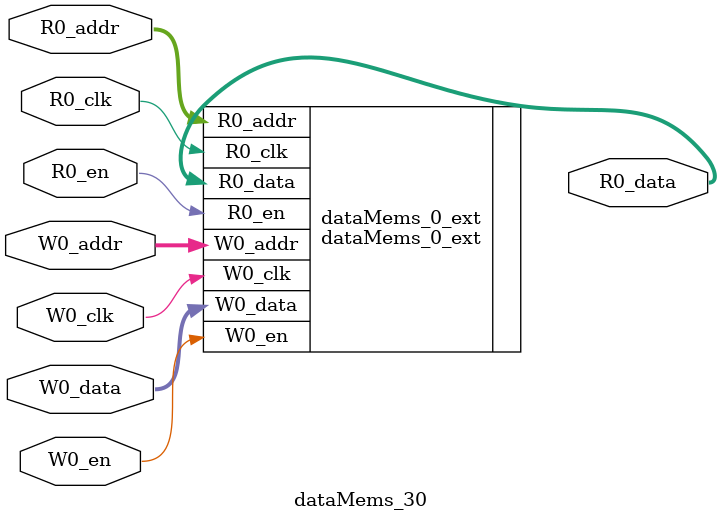
<source format=sv>
`ifndef RANDOMIZE
  `ifdef RANDOMIZE_REG_INIT
    `define RANDOMIZE
  `endif // RANDOMIZE_REG_INIT
`endif // not def RANDOMIZE
`ifndef RANDOMIZE
  `ifdef RANDOMIZE_MEM_INIT
    `define RANDOMIZE
  `endif // RANDOMIZE_MEM_INIT
`endif // not def RANDOMIZE

`ifndef RANDOM
  `define RANDOM $random
`endif // not def RANDOM

// Users can define 'PRINTF_COND' to add an extra gate to prints.
`ifndef PRINTF_COND_
  `ifdef PRINTF_COND
    `define PRINTF_COND_ (`PRINTF_COND)
  `else  // PRINTF_COND
    `define PRINTF_COND_ 1
  `endif // PRINTF_COND
`endif // not def PRINTF_COND_

// Users can define 'ASSERT_VERBOSE_COND' to add an extra gate to assert error printing.
`ifndef ASSERT_VERBOSE_COND_
  `ifdef ASSERT_VERBOSE_COND
    `define ASSERT_VERBOSE_COND_ (`ASSERT_VERBOSE_COND)
  `else  // ASSERT_VERBOSE_COND
    `define ASSERT_VERBOSE_COND_ 1
  `endif // ASSERT_VERBOSE_COND
`endif // not def ASSERT_VERBOSE_COND_

// Users can define 'STOP_COND' to add an extra gate to stop conditions.
`ifndef STOP_COND_
  `ifdef STOP_COND
    `define STOP_COND_ (`STOP_COND)
  `else  // STOP_COND
    `define STOP_COND_ 1
  `endif // STOP_COND
`endif // not def STOP_COND_

// Users can define INIT_RANDOM as general code that gets injected into the
// initializer block for modules with registers.
`ifndef INIT_RANDOM
  `define INIT_RANDOM
`endif // not def INIT_RANDOM

// If using random initialization, you can also define RANDOMIZE_DELAY to
// customize the delay used, otherwise 0.002 is used.
`ifndef RANDOMIZE_DELAY
  `define RANDOMIZE_DELAY 0.002
`endif // not def RANDOMIZE_DELAY

// Define INIT_RANDOM_PROLOG_ for use in our modules below.
`ifndef INIT_RANDOM_PROLOG_
  `ifdef RANDOMIZE
    `ifdef VERILATOR
      `define INIT_RANDOM_PROLOG_ `INIT_RANDOM
    `else  // VERILATOR
      `define INIT_RANDOM_PROLOG_ `INIT_RANDOM #`RANDOMIZE_DELAY begin end
    `endif // VERILATOR
  `else  // RANDOMIZE
    `define INIT_RANDOM_PROLOG_
  `endif // RANDOMIZE
`endif // not def INIT_RANDOM_PROLOG_

// Include register initializers in init blocks unless synthesis is set
`ifndef SYNTHESIS
  `ifndef ENABLE_INITIAL_REG_
    `define ENABLE_INITIAL_REG_
  `endif // not def ENABLE_INITIAL_REG_
`endif // not def SYNTHESIS

// Include rmemory initializers in init blocks unless synthesis is set
`ifndef SYNTHESIS
  `ifndef ENABLE_INITIAL_MEM_
    `define ENABLE_INITIAL_MEM_
  `endif // not def ENABLE_INITIAL_MEM_
`endif // not def SYNTHESIS

module dataMems_30(	// @[generators/ara/src/main/scala/UnsafeAXI4ToTL.scala:365:62]
  input  [4:0]   R0_addr,
  input          R0_en,
  input          R0_clk,
  output [514:0] R0_data,
  input  [4:0]   W0_addr,
  input          W0_en,
  input          W0_clk,
  input  [514:0] W0_data
);

  dataMems_0_ext dataMems_0_ext (	// @[generators/ara/src/main/scala/UnsafeAXI4ToTL.scala:365:62]
    .R0_addr (R0_addr),
    .R0_en   (R0_en),
    .R0_clk  (R0_clk),
    .R0_data (R0_data),
    .W0_addr (W0_addr),
    .W0_en   (W0_en),
    .W0_clk  (W0_clk),
    .W0_data (W0_data)
  );
endmodule


</source>
